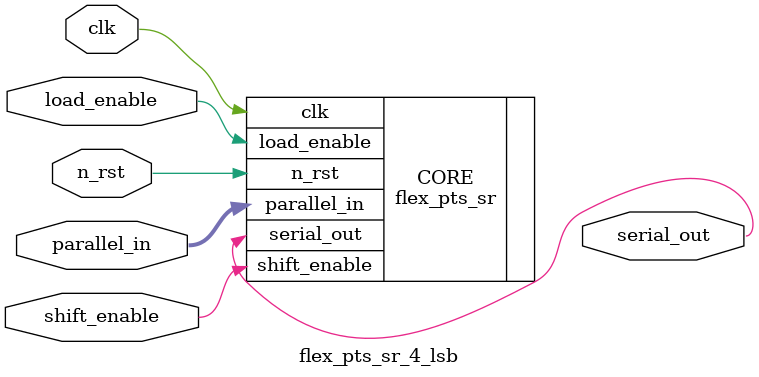
<source format=sv>

module flex_pts_sr_4_lsb
(
	input wire clk,
	input wire n_rst,
	input wire shift_enable,
	input wire load_enable,
	input wire [3:0] parallel_in,
	output reg serial_out 
);

	flex_pts_sr 
	#(
		.NUM_BITS(4),
		.SHIFT_MSB(0)
	)
	CORE(
		.clk(clk),
		.n_rst(n_rst),
		.parallel_in(parallel_in),
		.shift_enable(shift_enable),
		.load_enable(load_enable),
		.serial_out(serial_out)
	);

endmodule
</source>
